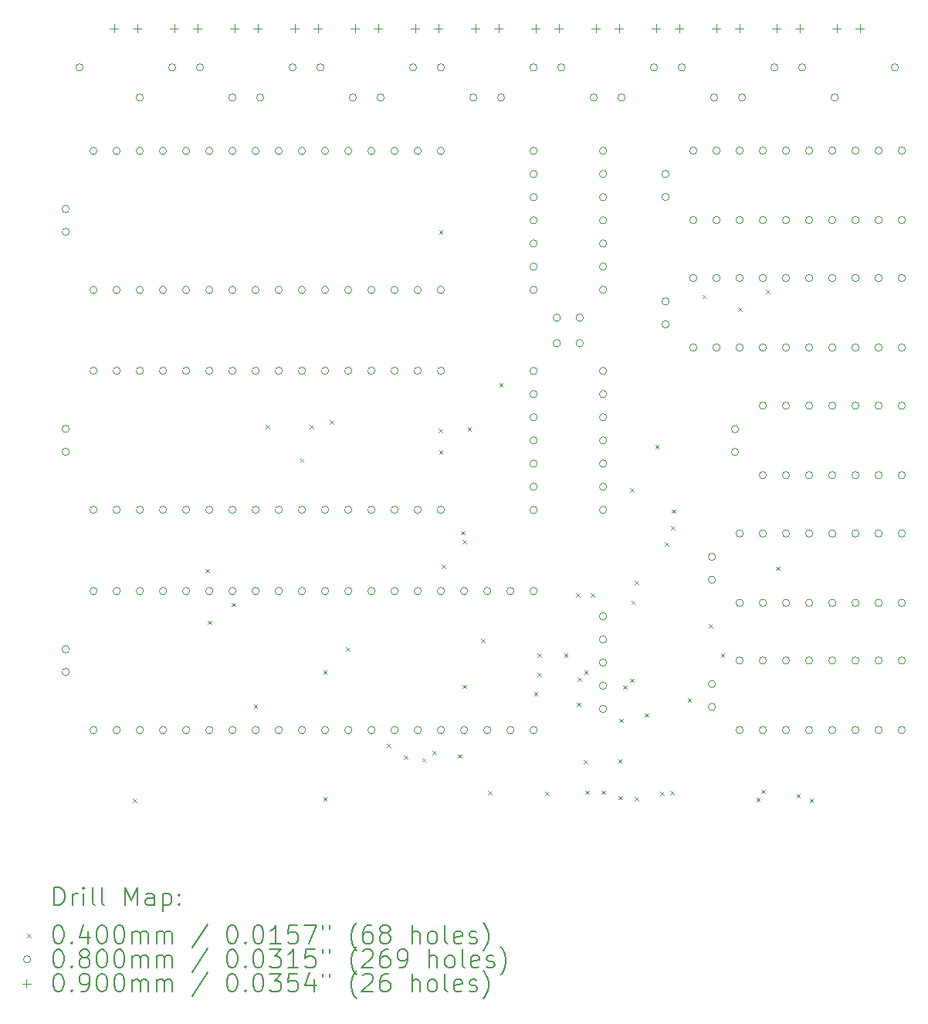
<source format=gbr>
%TF.GenerationSoftware,KiCad,Pcbnew,(6.0.7)*%
%TF.CreationDate,2022-11-29T20:03:15-05:00*%
%TF.ProjectId,Part 4 - CPU and memory,50617274-2034-4202-9d20-43505520616e,1*%
%TF.SameCoordinates,Original*%
%TF.FileFunction,Drillmap*%
%TF.FilePolarity,Positive*%
%FSLAX45Y45*%
G04 Gerber Fmt 4.5, Leading zero omitted, Abs format (unit mm)*
G04 Created by KiCad (PCBNEW (6.0.7)) date 2022-11-29 20:03:15*
%MOMM*%
%LPD*%
G01*
G04 APERTURE LIST*
%ADD10C,0.200000*%
%ADD11C,0.040000*%
%ADD12C,0.080000*%
%ADD13C,0.090000*%
G04 APERTURE END LIST*
D10*
D11*
X9476390Y-13194760D02*
X9516390Y-13234760D01*
X9516390Y-13194760D02*
X9476390Y-13234760D01*
X10270460Y-10678290D02*
X10310460Y-10718290D01*
X10310460Y-10678290D02*
X10270460Y-10718290D01*
X10298200Y-11244970D02*
X10338200Y-11284970D01*
X10338200Y-11244970D02*
X10298200Y-11284970D01*
X10556590Y-11051530D02*
X10596590Y-11091530D01*
X10596590Y-11051530D02*
X10556590Y-11091530D01*
X10800900Y-12165950D02*
X10840900Y-12205950D01*
X10840900Y-12165950D02*
X10800900Y-12205950D01*
X10933880Y-9098770D02*
X10973880Y-9138770D01*
X10973880Y-9098770D02*
X10933880Y-9138770D01*
X11308400Y-9467930D02*
X11348400Y-9507930D01*
X11348400Y-9467930D02*
X11308400Y-9507930D01*
X11416390Y-9098770D02*
X11456390Y-9138770D01*
X11456390Y-9098770D02*
X11416390Y-9138770D01*
X11562400Y-11791000D02*
X11602400Y-11831000D01*
X11602400Y-11791000D02*
X11562400Y-11831000D01*
X11562400Y-13177970D02*
X11602400Y-13217970D01*
X11602400Y-13177970D02*
X11562400Y-13217970D01*
X11632100Y-9049870D02*
X11672100Y-9089870D01*
X11672100Y-9049870D02*
X11632100Y-9089870D01*
X11814400Y-11539000D02*
X11854400Y-11579000D01*
X11854400Y-11539000D02*
X11814400Y-11579000D01*
X12260764Y-12598964D02*
X12300764Y-12638964D01*
X12300764Y-12598964D02*
X12260764Y-12638964D01*
X12446330Y-12724890D02*
X12486330Y-12764890D01*
X12486330Y-12724890D02*
X12446330Y-12764890D01*
X12645200Y-12752320D02*
X12685200Y-12792320D01*
X12685200Y-12752320D02*
X12645200Y-12792320D01*
X12757230Y-12675000D02*
X12797230Y-12715000D01*
X12797230Y-12675000D02*
X12757230Y-12715000D01*
X12829460Y-9143930D02*
X12869460Y-9183930D01*
X12869460Y-9143930D02*
X12829460Y-9183930D01*
X12832400Y-6965000D02*
X12872400Y-7005000D01*
X12872400Y-6965000D02*
X12832400Y-7005000D01*
X12832400Y-9378000D02*
X12872400Y-9418000D01*
X12872400Y-9378000D02*
X12832400Y-9418000D01*
X12863130Y-10630860D02*
X12903130Y-10670860D01*
X12903130Y-10630860D02*
X12863130Y-10670860D01*
X13039650Y-12711300D02*
X13079650Y-12751300D01*
X13079650Y-12711300D02*
X13039650Y-12751300D01*
X13072070Y-10262790D02*
X13112070Y-10302790D01*
X13112070Y-10262790D02*
X13072070Y-10302790D01*
X13087380Y-11949220D02*
X13127380Y-11989220D01*
X13127380Y-11949220D02*
X13087380Y-11989220D01*
X13092750Y-10362830D02*
X13132750Y-10402830D01*
X13132750Y-10362830D02*
X13092750Y-10402830D01*
X13145350Y-9125830D02*
X13185350Y-9165830D01*
X13185350Y-9125830D02*
X13145350Y-9165830D01*
X13290670Y-11442060D02*
X13330670Y-11482060D01*
X13330670Y-11442060D02*
X13290670Y-11482060D01*
X13371970Y-13109820D02*
X13411970Y-13149820D01*
X13411970Y-13109820D02*
X13371970Y-13149820D01*
X13492800Y-8641400D02*
X13532800Y-8681400D01*
X13532800Y-8641400D02*
X13492800Y-8681400D01*
X13874200Y-12025900D02*
X13914200Y-12065900D01*
X13914200Y-12025900D02*
X13874200Y-12065900D01*
X13910380Y-11603970D02*
X13950380Y-11643970D01*
X13950380Y-11603970D02*
X13910380Y-11643970D01*
X13911280Y-11819210D02*
X13951280Y-11859210D01*
X13951280Y-11819210D02*
X13911280Y-11859210D01*
X13997900Y-13122090D02*
X14037900Y-13162090D01*
X14037900Y-13122090D02*
X13997900Y-13162090D01*
X14203570Y-11607620D02*
X14243570Y-11647620D01*
X14243570Y-11607620D02*
X14203570Y-11647620D01*
X14337530Y-10946260D02*
X14377530Y-10986260D01*
X14377530Y-10946260D02*
X14337530Y-10986260D01*
X14342550Y-12144260D02*
X14382550Y-12184260D01*
X14382550Y-12144260D02*
X14342550Y-12184260D01*
X14351530Y-11866780D02*
X14391530Y-11906780D01*
X14391530Y-11866780D02*
X14351530Y-11906780D01*
X14422210Y-12771470D02*
X14462210Y-12811470D01*
X14462210Y-12771470D02*
X14422210Y-12811470D01*
X14423310Y-11790760D02*
X14463310Y-11830760D01*
X14463310Y-11790760D02*
X14423310Y-11830760D01*
X14438260Y-13108000D02*
X14478260Y-13148000D01*
X14478260Y-13108000D02*
X14438260Y-13148000D01*
X14493700Y-10942960D02*
X14533700Y-10982960D01*
X14533700Y-10942960D02*
X14493700Y-10982960D01*
X14612050Y-13107470D02*
X14652050Y-13147470D01*
X14652050Y-13107470D02*
X14612050Y-13147470D01*
X14796490Y-12765490D02*
X14836490Y-12805490D01*
X14836490Y-12765490D02*
X14796490Y-12805490D01*
X14798823Y-13166494D02*
X14838823Y-13206494D01*
X14838823Y-13166494D02*
X14798823Y-13206494D01*
X14806810Y-12320710D02*
X14846810Y-12360710D01*
X14846810Y-12320710D02*
X14806810Y-12360710D01*
X14848690Y-11957400D02*
X14888690Y-11997400D01*
X14888690Y-11957400D02*
X14848690Y-11997400D01*
X14926760Y-11880350D02*
X14966760Y-11920350D01*
X14966760Y-11880350D02*
X14926760Y-11920350D01*
X14926800Y-9790670D02*
X14966800Y-9830670D01*
X14966800Y-9790670D02*
X14926800Y-9830670D01*
X14940760Y-11025640D02*
X14980760Y-11065640D01*
X14980760Y-11025640D02*
X14940760Y-11065640D01*
X14976560Y-13182710D02*
X15016560Y-13222710D01*
X15016560Y-13182710D02*
X14976560Y-13222710D01*
X14977230Y-10809230D02*
X15017230Y-10849230D01*
X15017230Y-10809230D02*
X14977230Y-10849230D01*
X15087100Y-12262300D02*
X15127100Y-12302300D01*
X15127100Y-12262300D02*
X15087100Y-12302300D01*
X15203690Y-9321860D02*
X15243690Y-9361860D01*
X15243690Y-9321860D02*
X15203690Y-9361860D01*
X15259600Y-13122570D02*
X15299600Y-13162570D01*
X15299600Y-13122570D02*
X15259600Y-13162570D01*
X15310470Y-10384930D02*
X15350470Y-10424930D01*
X15350470Y-10384930D02*
X15310470Y-10424930D01*
X15366280Y-13115180D02*
X15406280Y-13155180D01*
X15406280Y-13115180D02*
X15366280Y-13155180D01*
X15375780Y-10206440D02*
X15415780Y-10246440D01*
X15415780Y-10206440D02*
X15375780Y-10246440D01*
X15382370Y-10027150D02*
X15422370Y-10067150D01*
X15422370Y-10027150D02*
X15382370Y-10067150D01*
X15558650Y-12093950D02*
X15598650Y-12133950D01*
X15598650Y-12093950D02*
X15558650Y-12133950D01*
X15719220Y-7673440D02*
X15759220Y-7713440D01*
X15759220Y-7673440D02*
X15719220Y-7713440D01*
X15791270Y-11282210D02*
X15831270Y-11322210D01*
X15831270Y-11282210D02*
X15791270Y-11322210D01*
X15922180Y-11603990D02*
X15962180Y-11643990D01*
X15962180Y-11603990D02*
X15922180Y-11643990D01*
X16112240Y-7812510D02*
X16152240Y-7852510D01*
X16152240Y-7812510D02*
X16112240Y-7852510D01*
X16312180Y-13185890D02*
X16352180Y-13225890D01*
X16352180Y-13185890D02*
X16312180Y-13225890D01*
X16369810Y-13100190D02*
X16409810Y-13140190D01*
X16409810Y-13100190D02*
X16369810Y-13140190D01*
X16419780Y-7615190D02*
X16459780Y-7655190D01*
X16459780Y-7615190D02*
X16419780Y-7655190D01*
X16527530Y-10652000D02*
X16567530Y-10692000D01*
X16567530Y-10652000D02*
X16527530Y-10692000D01*
X16751520Y-13146310D02*
X16791520Y-13186310D01*
X16791520Y-13146310D02*
X16751520Y-13186310D01*
X16896400Y-13197020D02*
X16936400Y-13237020D01*
X16936400Y-13197020D02*
X16896400Y-13237020D01*
D12*
X8777600Y-6733000D02*
G75*
G03*
X8777600Y-6733000I-40000J0D01*
G01*
X8777600Y-6983000D02*
G75*
G03*
X8777600Y-6983000I-40000J0D01*
G01*
X8777600Y-9144000D02*
G75*
G03*
X8777600Y-9144000I-40000J0D01*
G01*
X8777600Y-9394000D02*
G75*
G03*
X8777600Y-9394000I-40000J0D01*
G01*
X8777600Y-11559000D02*
G75*
G03*
X8777600Y-11559000I-40000J0D01*
G01*
X8777600Y-11809000D02*
G75*
G03*
X8777600Y-11809000I-40000J0D01*
G01*
X8930000Y-5181600D02*
G75*
G03*
X8930000Y-5181600I-40000J0D01*
G01*
X9082400Y-6096500D02*
G75*
G03*
X9082400Y-6096500I-40000J0D01*
G01*
X9082400Y-7620500D02*
G75*
G03*
X9082400Y-7620500I-40000J0D01*
G01*
X9082400Y-8507000D02*
G75*
G03*
X9082400Y-8507000I-40000J0D01*
G01*
X9082400Y-10031000D02*
G75*
G03*
X9082400Y-10031000I-40000J0D01*
G01*
X9082900Y-10922500D02*
G75*
G03*
X9082900Y-10922500I-40000J0D01*
G01*
X9082900Y-12446500D02*
G75*
G03*
X9082900Y-12446500I-40000J0D01*
G01*
X9336400Y-6096500D02*
G75*
G03*
X9336400Y-6096500I-40000J0D01*
G01*
X9336400Y-7620500D02*
G75*
G03*
X9336400Y-7620500I-40000J0D01*
G01*
X9336400Y-8507000D02*
G75*
G03*
X9336400Y-8507000I-40000J0D01*
G01*
X9336400Y-10031000D02*
G75*
G03*
X9336400Y-10031000I-40000J0D01*
G01*
X9336900Y-10922500D02*
G75*
G03*
X9336900Y-10922500I-40000J0D01*
G01*
X9336900Y-12446500D02*
G75*
G03*
X9336900Y-12446500I-40000J0D01*
G01*
X9590400Y-5511800D02*
G75*
G03*
X9590400Y-5511800I-40000J0D01*
G01*
X9590400Y-6096500D02*
G75*
G03*
X9590400Y-6096500I-40000J0D01*
G01*
X9590400Y-7620500D02*
G75*
G03*
X9590400Y-7620500I-40000J0D01*
G01*
X9590400Y-8507000D02*
G75*
G03*
X9590400Y-8507000I-40000J0D01*
G01*
X9590400Y-10031000D02*
G75*
G03*
X9590400Y-10031000I-40000J0D01*
G01*
X9590900Y-10922500D02*
G75*
G03*
X9590900Y-10922500I-40000J0D01*
G01*
X9590900Y-12446500D02*
G75*
G03*
X9590900Y-12446500I-40000J0D01*
G01*
X9844400Y-6096500D02*
G75*
G03*
X9844400Y-6096500I-40000J0D01*
G01*
X9844400Y-7620500D02*
G75*
G03*
X9844400Y-7620500I-40000J0D01*
G01*
X9844400Y-8507000D02*
G75*
G03*
X9844400Y-8507000I-40000J0D01*
G01*
X9844400Y-10031000D02*
G75*
G03*
X9844400Y-10031000I-40000J0D01*
G01*
X9844900Y-10922500D02*
G75*
G03*
X9844900Y-10922500I-40000J0D01*
G01*
X9844900Y-12446500D02*
G75*
G03*
X9844900Y-12446500I-40000J0D01*
G01*
X9946000Y-5181600D02*
G75*
G03*
X9946000Y-5181600I-40000J0D01*
G01*
X10098400Y-6096500D02*
G75*
G03*
X10098400Y-6096500I-40000J0D01*
G01*
X10098400Y-7620500D02*
G75*
G03*
X10098400Y-7620500I-40000J0D01*
G01*
X10098400Y-8507000D02*
G75*
G03*
X10098400Y-8507000I-40000J0D01*
G01*
X10098400Y-10031000D02*
G75*
G03*
X10098400Y-10031000I-40000J0D01*
G01*
X10098900Y-10922500D02*
G75*
G03*
X10098900Y-10922500I-40000J0D01*
G01*
X10098900Y-12446500D02*
G75*
G03*
X10098900Y-12446500I-40000J0D01*
G01*
X10250800Y-5181600D02*
G75*
G03*
X10250800Y-5181600I-40000J0D01*
G01*
X10352400Y-6096500D02*
G75*
G03*
X10352400Y-6096500I-40000J0D01*
G01*
X10352400Y-7620500D02*
G75*
G03*
X10352400Y-7620500I-40000J0D01*
G01*
X10352400Y-8507000D02*
G75*
G03*
X10352400Y-8507000I-40000J0D01*
G01*
X10352400Y-10031000D02*
G75*
G03*
X10352400Y-10031000I-40000J0D01*
G01*
X10352900Y-10922500D02*
G75*
G03*
X10352900Y-10922500I-40000J0D01*
G01*
X10352900Y-12446500D02*
G75*
G03*
X10352900Y-12446500I-40000J0D01*
G01*
X10606400Y-5511800D02*
G75*
G03*
X10606400Y-5511800I-40000J0D01*
G01*
X10606400Y-6096500D02*
G75*
G03*
X10606400Y-6096500I-40000J0D01*
G01*
X10606400Y-7620500D02*
G75*
G03*
X10606400Y-7620500I-40000J0D01*
G01*
X10606400Y-8507000D02*
G75*
G03*
X10606400Y-8507000I-40000J0D01*
G01*
X10606400Y-10031000D02*
G75*
G03*
X10606400Y-10031000I-40000J0D01*
G01*
X10606900Y-10922500D02*
G75*
G03*
X10606900Y-10922500I-40000J0D01*
G01*
X10606900Y-12446500D02*
G75*
G03*
X10606900Y-12446500I-40000J0D01*
G01*
X10860400Y-6096500D02*
G75*
G03*
X10860400Y-6096500I-40000J0D01*
G01*
X10860400Y-7620500D02*
G75*
G03*
X10860400Y-7620500I-40000J0D01*
G01*
X10860400Y-8507000D02*
G75*
G03*
X10860400Y-8507000I-40000J0D01*
G01*
X10860400Y-10031000D02*
G75*
G03*
X10860400Y-10031000I-40000J0D01*
G01*
X10860900Y-10922500D02*
G75*
G03*
X10860900Y-10922500I-40000J0D01*
G01*
X10860900Y-12446500D02*
G75*
G03*
X10860900Y-12446500I-40000J0D01*
G01*
X10911200Y-5511800D02*
G75*
G03*
X10911200Y-5511800I-40000J0D01*
G01*
X11114400Y-6096500D02*
G75*
G03*
X11114400Y-6096500I-40000J0D01*
G01*
X11114400Y-7620500D02*
G75*
G03*
X11114400Y-7620500I-40000J0D01*
G01*
X11114400Y-8507000D02*
G75*
G03*
X11114400Y-8507000I-40000J0D01*
G01*
X11114400Y-10031000D02*
G75*
G03*
X11114400Y-10031000I-40000J0D01*
G01*
X11114900Y-10922500D02*
G75*
G03*
X11114900Y-10922500I-40000J0D01*
G01*
X11114900Y-12446500D02*
G75*
G03*
X11114900Y-12446500I-40000J0D01*
G01*
X11266800Y-5181600D02*
G75*
G03*
X11266800Y-5181600I-40000J0D01*
G01*
X11368400Y-6096500D02*
G75*
G03*
X11368400Y-6096500I-40000J0D01*
G01*
X11368400Y-7620500D02*
G75*
G03*
X11368400Y-7620500I-40000J0D01*
G01*
X11368400Y-8507000D02*
G75*
G03*
X11368400Y-8507000I-40000J0D01*
G01*
X11368400Y-10031000D02*
G75*
G03*
X11368400Y-10031000I-40000J0D01*
G01*
X11368900Y-10922500D02*
G75*
G03*
X11368900Y-10922500I-40000J0D01*
G01*
X11368900Y-12446500D02*
G75*
G03*
X11368900Y-12446500I-40000J0D01*
G01*
X11571600Y-5181600D02*
G75*
G03*
X11571600Y-5181600I-40000J0D01*
G01*
X11622400Y-6096500D02*
G75*
G03*
X11622400Y-6096500I-40000J0D01*
G01*
X11622400Y-7620500D02*
G75*
G03*
X11622400Y-7620500I-40000J0D01*
G01*
X11622400Y-8507000D02*
G75*
G03*
X11622400Y-8507000I-40000J0D01*
G01*
X11622400Y-10031000D02*
G75*
G03*
X11622400Y-10031000I-40000J0D01*
G01*
X11622900Y-10922500D02*
G75*
G03*
X11622900Y-10922500I-40000J0D01*
G01*
X11622900Y-12446500D02*
G75*
G03*
X11622900Y-12446500I-40000J0D01*
G01*
X11876400Y-6096500D02*
G75*
G03*
X11876400Y-6096500I-40000J0D01*
G01*
X11876400Y-7620500D02*
G75*
G03*
X11876400Y-7620500I-40000J0D01*
G01*
X11876400Y-8507000D02*
G75*
G03*
X11876400Y-8507000I-40000J0D01*
G01*
X11876400Y-10031000D02*
G75*
G03*
X11876400Y-10031000I-40000J0D01*
G01*
X11876900Y-10922500D02*
G75*
G03*
X11876900Y-10922500I-40000J0D01*
G01*
X11876900Y-12446500D02*
G75*
G03*
X11876900Y-12446500I-40000J0D01*
G01*
X11927200Y-5511800D02*
G75*
G03*
X11927200Y-5511800I-40000J0D01*
G01*
X12130400Y-6096500D02*
G75*
G03*
X12130400Y-6096500I-40000J0D01*
G01*
X12130400Y-7620500D02*
G75*
G03*
X12130400Y-7620500I-40000J0D01*
G01*
X12130400Y-8507000D02*
G75*
G03*
X12130400Y-8507000I-40000J0D01*
G01*
X12130400Y-10031000D02*
G75*
G03*
X12130400Y-10031000I-40000J0D01*
G01*
X12130900Y-10922500D02*
G75*
G03*
X12130900Y-10922500I-40000J0D01*
G01*
X12130900Y-12446500D02*
G75*
G03*
X12130900Y-12446500I-40000J0D01*
G01*
X12232000Y-5511800D02*
G75*
G03*
X12232000Y-5511800I-40000J0D01*
G01*
X12384400Y-6096500D02*
G75*
G03*
X12384400Y-6096500I-40000J0D01*
G01*
X12384400Y-7620500D02*
G75*
G03*
X12384400Y-7620500I-40000J0D01*
G01*
X12384400Y-8507000D02*
G75*
G03*
X12384400Y-8507000I-40000J0D01*
G01*
X12384400Y-10031000D02*
G75*
G03*
X12384400Y-10031000I-40000J0D01*
G01*
X12384900Y-10922500D02*
G75*
G03*
X12384900Y-10922500I-40000J0D01*
G01*
X12384900Y-12446500D02*
G75*
G03*
X12384900Y-12446500I-40000J0D01*
G01*
X12587600Y-5181600D02*
G75*
G03*
X12587600Y-5181600I-40000J0D01*
G01*
X12638400Y-6096500D02*
G75*
G03*
X12638400Y-6096500I-40000J0D01*
G01*
X12638400Y-7620500D02*
G75*
G03*
X12638400Y-7620500I-40000J0D01*
G01*
X12638400Y-8507000D02*
G75*
G03*
X12638400Y-8507000I-40000J0D01*
G01*
X12638400Y-10031000D02*
G75*
G03*
X12638400Y-10031000I-40000J0D01*
G01*
X12638900Y-10922500D02*
G75*
G03*
X12638900Y-10922500I-40000J0D01*
G01*
X12638900Y-12446500D02*
G75*
G03*
X12638900Y-12446500I-40000J0D01*
G01*
X12892400Y-5181600D02*
G75*
G03*
X12892400Y-5181600I-40000J0D01*
G01*
X12892400Y-6096500D02*
G75*
G03*
X12892400Y-6096500I-40000J0D01*
G01*
X12892400Y-7620500D02*
G75*
G03*
X12892400Y-7620500I-40000J0D01*
G01*
X12892400Y-8507000D02*
G75*
G03*
X12892400Y-8507000I-40000J0D01*
G01*
X12892400Y-10031000D02*
G75*
G03*
X12892400Y-10031000I-40000J0D01*
G01*
X12892900Y-10922500D02*
G75*
G03*
X12892900Y-10922500I-40000J0D01*
G01*
X12892900Y-12446500D02*
G75*
G03*
X12892900Y-12446500I-40000J0D01*
G01*
X13146900Y-10922500D02*
G75*
G03*
X13146900Y-10922500I-40000J0D01*
G01*
X13146900Y-12446500D02*
G75*
G03*
X13146900Y-12446500I-40000J0D01*
G01*
X13248000Y-5511800D02*
G75*
G03*
X13248000Y-5511800I-40000J0D01*
G01*
X13400900Y-10922500D02*
G75*
G03*
X13400900Y-10922500I-40000J0D01*
G01*
X13400900Y-12446500D02*
G75*
G03*
X13400900Y-12446500I-40000J0D01*
G01*
X13552800Y-5511800D02*
G75*
G03*
X13552800Y-5511800I-40000J0D01*
G01*
X13654900Y-10922500D02*
G75*
G03*
X13654900Y-10922500I-40000J0D01*
G01*
X13654900Y-12446500D02*
G75*
G03*
X13654900Y-12446500I-40000J0D01*
G01*
X13908400Y-5181600D02*
G75*
G03*
X13908400Y-5181600I-40000J0D01*
G01*
X13908900Y-10922500D02*
G75*
G03*
X13908900Y-10922500I-40000J0D01*
G01*
X13908900Y-12446500D02*
G75*
G03*
X13908900Y-12446500I-40000J0D01*
G01*
X13909400Y-6095500D02*
G75*
G03*
X13909400Y-6095500I-40000J0D01*
G01*
X13909400Y-6349500D02*
G75*
G03*
X13909400Y-6349500I-40000J0D01*
G01*
X13909400Y-6603500D02*
G75*
G03*
X13909400Y-6603500I-40000J0D01*
G01*
X13909400Y-6857500D02*
G75*
G03*
X13909400Y-6857500I-40000J0D01*
G01*
X13909400Y-7111500D02*
G75*
G03*
X13909400Y-7111500I-40000J0D01*
G01*
X13909400Y-7365500D02*
G75*
G03*
X13909400Y-7365500I-40000J0D01*
G01*
X13909400Y-7619500D02*
G75*
G03*
X13909400Y-7619500I-40000J0D01*
G01*
X13909400Y-8508500D02*
G75*
G03*
X13909400Y-8508500I-40000J0D01*
G01*
X13909400Y-8762500D02*
G75*
G03*
X13909400Y-8762500I-40000J0D01*
G01*
X13909400Y-9016500D02*
G75*
G03*
X13909400Y-9016500I-40000J0D01*
G01*
X13909400Y-9270500D02*
G75*
G03*
X13909400Y-9270500I-40000J0D01*
G01*
X13909400Y-9524500D02*
G75*
G03*
X13909400Y-9524500I-40000J0D01*
G01*
X13909400Y-9778500D02*
G75*
G03*
X13909400Y-9778500I-40000J0D01*
G01*
X13909400Y-10032500D02*
G75*
G03*
X13909400Y-10032500I-40000J0D01*
G01*
X14164400Y-7924800D02*
G75*
G03*
X14164400Y-7924800I-40000J0D01*
G01*
X14164400Y-8204200D02*
G75*
G03*
X14164400Y-8204200I-40000J0D01*
G01*
X14213200Y-5181600D02*
G75*
G03*
X14213200Y-5181600I-40000J0D01*
G01*
X14414400Y-7924800D02*
G75*
G03*
X14414400Y-7924800I-40000J0D01*
G01*
X14414400Y-8204200D02*
G75*
G03*
X14414400Y-8204200I-40000J0D01*
G01*
X14568800Y-5511800D02*
G75*
G03*
X14568800Y-5511800I-40000J0D01*
G01*
X14670400Y-11197400D02*
G75*
G03*
X14670400Y-11197400I-40000J0D01*
G01*
X14670400Y-11451400D02*
G75*
G03*
X14670400Y-11451400I-40000J0D01*
G01*
X14670400Y-11705400D02*
G75*
G03*
X14670400Y-11705400I-40000J0D01*
G01*
X14670400Y-11959400D02*
G75*
G03*
X14670400Y-11959400I-40000J0D01*
G01*
X14670400Y-12213400D02*
G75*
G03*
X14670400Y-12213400I-40000J0D01*
G01*
X14671400Y-6095500D02*
G75*
G03*
X14671400Y-6095500I-40000J0D01*
G01*
X14671400Y-6349500D02*
G75*
G03*
X14671400Y-6349500I-40000J0D01*
G01*
X14671400Y-6603500D02*
G75*
G03*
X14671400Y-6603500I-40000J0D01*
G01*
X14671400Y-6857500D02*
G75*
G03*
X14671400Y-6857500I-40000J0D01*
G01*
X14671400Y-7111500D02*
G75*
G03*
X14671400Y-7111500I-40000J0D01*
G01*
X14671400Y-7365500D02*
G75*
G03*
X14671400Y-7365500I-40000J0D01*
G01*
X14671400Y-7619500D02*
G75*
G03*
X14671400Y-7619500I-40000J0D01*
G01*
X14671400Y-8508500D02*
G75*
G03*
X14671400Y-8508500I-40000J0D01*
G01*
X14671400Y-8762500D02*
G75*
G03*
X14671400Y-8762500I-40000J0D01*
G01*
X14671400Y-9016500D02*
G75*
G03*
X14671400Y-9016500I-40000J0D01*
G01*
X14671400Y-9270500D02*
G75*
G03*
X14671400Y-9270500I-40000J0D01*
G01*
X14671400Y-9524500D02*
G75*
G03*
X14671400Y-9524500I-40000J0D01*
G01*
X14671400Y-9778500D02*
G75*
G03*
X14671400Y-9778500I-40000J0D01*
G01*
X14671400Y-10032500D02*
G75*
G03*
X14671400Y-10032500I-40000J0D01*
G01*
X14873600Y-5511800D02*
G75*
G03*
X14873600Y-5511800I-40000J0D01*
G01*
X15229200Y-5181600D02*
G75*
G03*
X15229200Y-5181600I-40000J0D01*
G01*
X15356200Y-6350000D02*
G75*
G03*
X15356200Y-6350000I-40000J0D01*
G01*
X15356200Y-6600000D02*
G75*
G03*
X15356200Y-6600000I-40000J0D01*
G01*
X15356200Y-7747000D02*
G75*
G03*
X15356200Y-7747000I-40000J0D01*
G01*
X15356200Y-7997000D02*
G75*
G03*
X15356200Y-7997000I-40000J0D01*
G01*
X15534000Y-5181600D02*
G75*
G03*
X15534000Y-5181600I-40000J0D01*
G01*
X15661000Y-7490000D02*
G75*
G03*
X15661000Y-7490000I-40000J0D01*
G01*
X15661000Y-8252000D02*
G75*
G03*
X15661000Y-8252000I-40000J0D01*
G01*
X15661500Y-6093000D02*
G75*
G03*
X15661500Y-6093000I-40000J0D01*
G01*
X15661500Y-6855000D02*
G75*
G03*
X15661500Y-6855000I-40000J0D01*
G01*
X15865200Y-10547000D02*
G75*
G03*
X15865200Y-10547000I-40000J0D01*
G01*
X15865200Y-10797000D02*
G75*
G03*
X15865200Y-10797000I-40000J0D01*
G01*
X15865200Y-11941000D02*
G75*
G03*
X15865200Y-11941000I-40000J0D01*
G01*
X15865200Y-12191000D02*
G75*
G03*
X15865200Y-12191000I-40000J0D01*
G01*
X15889600Y-5511800D02*
G75*
G03*
X15889600Y-5511800I-40000J0D01*
G01*
X15915000Y-7490000D02*
G75*
G03*
X15915000Y-7490000I-40000J0D01*
G01*
X15915000Y-8252000D02*
G75*
G03*
X15915000Y-8252000I-40000J0D01*
G01*
X15915500Y-6093000D02*
G75*
G03*
X15915500Y-6093000I-40000J0D01*
G01*
X15915500Y-6855000D02*
G75*
G03*
X15915500Y-6855000I-40000J0D01*
G01*
X16118700Y-9147000D02*
G75*
G03*
X16118700Y-9147000I-40000J0D01*
G01*
X16118700Y-9397000D02*
G75*
G03*
X16118700Y-9397000I-40000J0D01*
G01*
X16169000Y-7490000D02*
G75*
G03*
X16169000Y-7490000I-40000J0D01*
G01*
X16169000Y-8252000D02*
G75*
G03*
X16169000Y-8252000I-40000J0D01*
G01*
X16169000Y-10290000D02*
G75*
G03*
X16169000Y-10290000I-40000J0D01*
G01*
X16169000Y-11052000D02*
G75*
G03*
X16169000Y-11052000I-40000J0D01*
G01*
X16169000Y-11684000D02*
G75*
G03*
X16169000Y-11684000I-40000J0D01*
G01*
X16169000Y-12446000D02*
G75*
G03*
X16169000Y-12446000I-40000J0D01*
G01*
X16169500Y-6093000D02*
G75*
G03*
X16169500Y-6093000I-40000J0D01*
G01*
X16169500Y-6855000D02*
G75*
G03*
X16169500Y-6855000I-40000J0D01*
G01*
X16194400Y-5511800D02*
G75*
G03*
X16194400Y-5511800I-40000J0D01*
G01*
X16423000Y-7490000D02*
G75*
G03*
X16423000Y-7490000I-40000J0D01*
G01*
X16423000Y-8252000D02*
G75*
G03*
X16423000Y-8252000I-40000J0D01*
G01*
X16423000Y-8890000D02*
G75*
G03*
X16423000Y-8890000I-40000J0D01*
G01*
X16423000Y-9652000D02*
G75*
G03*
X16423000Y-9652000I-40000J0D01*
G01*
X16423000Y-10290000D02*
G75*
G03*
X16423000Y-10290000I-40000J0D01*
G01*
X16423000Y-11052000D02*
G75*
G03*
X16423000Y-11052000I-40000J0D01*
G01*
X16423000Y-11684000D02*
G75*
G03*
X16423000Y-11684000I-40000J0D01*
G01*
X16423000Y-12446000D02*
G75*
G03*
X16423000Y-12446000I-40000J0D01*
G01*
X16423500Y-6093000D02*
G75*
G03*
X16423500Y-6093000I-40000J0D01*
G01*
X16423500Y-6855000D02*
G75*
G03*
X16423500Y-6855000I-40000J0D01*
G01*
X16550000Y-5181600D02*
G75*
G03*
X16550000Y-5181600I-40000J0D01*
G01*
X16677000Y-7490000D02*
G75*
G03*
X16677000Y-7490000I-40000J0D01*
G01*
X16677000Y-8252000D02*
G75*
G03*
X16677000Y-8252000I-40000J0D01*
G01*
X16677000Y-8890000D02*
G75*
G03*
X16677000Y-8890000I-40000J0D01*
G01*
X16677000Y-9652000D02*
G75*
G03*
X16677000Y-9652000I-40000J0D01*
G01*
X16677000Y-10290000D02*
G75*
G03*
X16677000Y-10290000I-40000J0D01*
G01*
X16677000Y-11052000D02*
G75*
G03*
X16677000Y-11052000I-40000J0D01*
G01*
X16677000Y-11684000D02*
G75*
G03*
X16677000Y-11684000I-40000J0D01*
G01*
X16677000Y-12446000D02*
G75*
G03*
X16677000Y-12446000I-40000J0D01*
G01*
X16677500Y-6093000D02*
G75*
G03*
X16677500Y-6093000I-40000J0D01*
G01*
X16677500Y-6855000D02*
G75*
G03*
X16677500Y-6855000I-40000J0D01*
G01*
X16854800Y-5181600D02*
G75*
G03*
X16854800Y-5181600I-40000J0D01*
G01*
X16931000Y-7490000D02*
G75*
G03*
X16931000Y-7490000I-40000J0D01*
G01*
X16931000Y-8252000D02*
G75*
G03*
X16931000Y-8252000I-40000J0D01*
G01*
X16931000Y-8890000D02*
G75*
G03*
X16931000Y-8890000I-40000J0D01*
G01*
X16931000Y-9652000D02*
G75*
G03*
X16931000Y-9652000I-40000J0D01*
G01*
X16931000Y-10290000D02*
G75*
G03*
X16931000Y-10290000I-40000J0D01*
G01*
X16931000Y-11052000D02*
G75*
G03*
X16931000Y-11052000I-40000J0D01*
G01*
X16931000Y-11684000D02*
G75*
G03*
X16931000Y-11684000I-40000J0D01*
G01*
X16931000Y-12446000D02*
G75*
G03*
X16931000Y-12446000I-40000J0D01*
G01*
X16931500Y-6093000D02*
G75*
G03*
X16931500Y-6093000I-40000J0D01*
G01*
X16931500Y-6855000D02*
G75*
G03*
X16931500Y-6855000I-40000J0D01*
G01*
X17185000Y-7490000D02*
G75*
G03*
X17185000Y-7490000I-40000J0D01*
G01*
X17185000Y-8252000D02*
G75*
G03*
X17185000Y-8252000I-40000J0D01*
G01*
X17185000Y-8890000D02*
G75*
G03*
X17185000Y-8890000I-40000J0D01*
G01*
X17185000Y-9652000D02*
G75*
G03*
X17185000Y-9652000I-40000J0D01*
G01*
X17185000Y-10290000D02*
G75*
G03*
X17185000Y-10290000I-40000J0D01*
G01*
X17185000Y-11052000D02*
G75*
G03*
X17185000Y-11052000I-40000J0D01*
G01*
X17185000Y-11684000D02*
G75*
G03*
X17185000Y-11684000I-40000J0D01*
G01*
X17185000Y-12446000D02*
G75*
G03*
X17185000Y-12446000I-40000J0D01*
G01*
X17185500Y-6093000D02*
G75*
G03*
X17185500Y-6093000I-40000J0D01*
G01*
X17185500Y-6855000D02*
G75*
G03*
X17185500Y-6855000I-40000J0D01*
G01*
X17210400Y-5511800D02*
G75*
G03*
X17210400Y-5511800I-40000J0D01*
G01*
X17439000Y-7490000D02*
G75*
G03*
X17439000Y-7490000I-40000J0D01*
G01*
X17439000Y-8252000D02*
G75*
G03*
X17439000Y-8252000I-40000J0D01*
G01*
X17439000Y-8890000D02*
G75*
G03*
X17439000Y-8890000I-40000J0D01*
G01*
X17439000Y-9652000D02*
G75*
G03*
X17439000Y-9652000I-40000J0D01*
G01*
X17439000Y-10290000D02*
G75*
G03*
X17439000Y-10290000I-40000J0D01*
G01*
X17439000Y-11052000D02*
G75*
G03*
X17439000Y-11052000I-40000J0D01*
G01*
X17439000Y-11684000D02*
G75*
G03*
X17439000Y-11684000I-40000J0D01*
G01*
X17439000Y-12446000D02*
G75*
G03*
X17439000Y-12446000I-40000J0D01*
G01*
X17439500Y-6093000D02*
G75*
G03*
X17439500Y-6093000I-40000J0D01*
G01*
X17439500Y-6855000D02*
G75*
G03*
X17439500Y-6855000I-40000J0D01*
G01*
X17693000Y-7490000D02*
G75*
G03*
X17693000Y-7490000I-40000J0D01*
G01*
X17693000Y-8252000D02*
G75*
G03*
X17693000Y-8252000I-40000J0D01*
G01*
X17693000Y-8890000D02*
G75*
G03*
X17693000Y-8890000I-40000J0D01*
G01*
X17693000Y-9652000D02*
G75*
G03*
X17693000Y-9652000I-40000J0D01*
G01*
X17693000Y-10290000D02*
G75*
G03*
X17693000Y-10290000I-40000J0D01*
G01*
X17693000Y-11052000D02*
G75*
G03*
X17693000Y-11052000I-40000J0D01*
G01*
X17693000Y-11684000D02*
G75*
G03*
X17693000Y-11684000I-40000J0D01*
G01*
X17693000Y-12446000D02*
G75*
G03*
X17693000Y-12446000I-40000J0D01*
G01*
X17693500Y-6093000D02*
G75*
G03*
X17693500Y-6093000I-40000J0D01*
G01*
X17693500Y-6855000D02*
G75*
G03*
X17693500Y-6855000I-40000J0D01*
G01*
X17870800Y-5181600D02*
G75*
G03*
X17870800Y-5181600I-40000J0D01*
G01*
X17947000Y-7490000D02*
G75*
G03*
X17947000Y-7490000I-40000J0D01*
G01*
X17947000Y-8252000D02*
G75*
G03*
X17947000Y-8252000I-40000J0D01*
G01*
X17947000Y-8890000D02*
G75*
G03*
X17947000Y-8890000I-40000J0D01*
G01*
X17947000Y-9652000D02*
G75*
G03*
X17947000Y-9652000I-40000J0D01*
G01*
X17947000Y-10290000D02*
G75*
G03*
X17947000Y-10290000I-40000J0D01*
G01*
X17947000Y-11052000D02*
G75*
G03*
X17947000Y-11052000I-40000J0D01*
G01*
X17947000Y-11684000D02*
G75*
G03*
X17947000Y-11684000I-40000J0D01*
G01*
X17947000Y-12446000D02*
G75*
G03*
X17947000Y-12446000I-40000J0D01*
G01*
X17947500Y-6093000D02*
G75*
G03*
X17947500Y-6093000I-40000J0D01*
G01*
X17947500Y-6855000D02*
G75*
G03*
X17947500Y-6855000I-40000J0D01*
G01*
D13*
X9269000Y-4707900D02*
X9269000Y-4797900D01*
X9224000Y-4752900D02*
X9314000Y-4752900D01*
X9523000Y-4707900D02*
X9523000Y-4797900D01*
X9478000Y-4752900D02*
X9568000Y-4752900D01*
X9929400Y-4707900D02*
X9929400Y-4797900D01*
X9884400Y-4752900D02*
X9974400Y-4752900D01*
X10183400Y-4707900D02*
X10183400Y-4797900D01*
X10138400Y-4752900D02*
X10228400Y-4752900D01*
X10589800Y-4707900D02*
X10589800Y-4797900D01*
X10544800Y-4752900D02*
X10634800Y-4752900D01*
X10843800Y-4707900D02*
X10843800Y-4797900D01*
X10798800Y-4752900D02*
X10888800Y-4752900D01*
X11250200Y-4707900D02*
X11250200Y-4797900D01*
X11205200Y-4752900D02*
X11295200Y-4752900D01*
X11504200Y-4707900D02*
X11504200Y-4797900D01*
X11459200Y-4752900D02*
X11549200Y-4752900D01*
X11910600Y-4707900D02*
X11910600Y-4797900D01*
X11865600Y-4752900D02*
X11955600Y-4752900D01*
X12164600Y-4707900D02*
X12164600Y-4797900D01*
X12119600Y-4752900D02*
X12209600Y-4752900D01*
X12571000Y-4707900D02*
X12571000Y-4797900D01*
X12526000Y-4752900D02*
X12616000Y-4752900D01*
X12825000Y-4707900D02*
X12825000Y-4797900D01*
X12780000Y-4752900D02*
X12870000Y-4752900D01*
X13231400Y-4707900D02*
X13231400Y-4797900D01*
X13186400Y-4752900D02*
X13276400Y-4752900D01*
X13485400Y-4707900D02*
X13485400Y-4797900D01*
X13440400Y-4752900D02*
X13530400Y-4752900D01*
X13891800Y-4707900D02*
X13891800Y-4797900D01*
X13846800Y-4752900D02*
X13936800Y-4752900D01*
X14145800Y-4707900D02*
X14145800Y-4797900D01*
X14100800Y-4752900D02*
X14190800Y-4752900D01*
X14552200Y-4707900D02*
X14552200Y-4797900D01*
X14507200Y-4752900D02*
X14597200Y-4752900D01*
X14806200Y-4707900D02*
X14806200Y-4797900D01*
X14761200Y-4752900D02*
X14851200Y-4752900D01*
X15212600Y-4707900D02*
X15212600Y-4797900D01*
X15167600Y-4752900D02*
X15257600Y-4752900D01*
X15466600Y-4707900D02*
X15466600Y-4797900D01*
X15421600Y-4752900D02*
X15511600Y-4752900D01*
X15873000Y-4707900D02*
X15873000Y-4797900D01*
X15828000Y-4752900D02*
X15918000Y-4752900D01*
X16127000Y-4707900D02*
X16127000Y-4797900D01*
X16082000Y-4752900D02*
X16172000Y-4752900D01*
X16533400Y-4707900D02*
X16533400Y-4797900D01*
X16488400Y-4752900D02*
X16578400Y-4752900D01*
X16787400Y-4707900D02*
X16787400Y-4797900D01*
X16742400Y-4752900D02*
X16832400Y-4752900D01*
X17193800Y-4707900D02*
X17193800Y-4797900D01*
X17148800Y-4752900D02*
X17238800Y-4752900D01*
X17447800Y-4707900D02*
X17447800Y-4797900D01*
X17402800Y-4752900D02*
X17492800Y-4752900D01*
D10*
X8612019Y-14366676D02*
X8612019Y-14166676D01*
X8659638Y-14166676D01*
X8688210Y-14176200D01*
X8707257Y-14195248D01*
X8716781Y-14214295D01*
X8726305Y-14252390D01*
X8726305Y-14280962D01*
X8716781Y-14319057D01*
X8707257Y-14338105D01*
X8688210Y-14357152D01*
X8659638Y-14366676D01*
X8612019Y-14366676D01*
X8812019Y-14366676D02*
X8812019Y-14233343D01*
X8812019Y-14271438D02*
X8821543Y-14252390D01*
X8831067Y-14242867D01*
X8850114Y-14233343D01*
X8869162Y-14233343D01*
X8935829Y-14366676D02*
X8935829Y-14233343D01*
X8935829Y-14166676D02*
X8926305Y-14176200D01*
X8935829Y-14185724D01*
X8945352Y-14176200D01*
X8935829Y-14166676D01*
X8935829Y-14185724D01*
X9059638Y-14366676D02*
X9040590Y-14357152D01*
X9031067Y-14338105D01*
X9031067Y-14166676D01*
X9164400Y-14366676D02*
X9145352Y-14357152D01*
X9135829Y-14338105D01*
X9135829Y-14166676D01*
X9392971Y-14366676D02*
X9392971Y-14166676D01*
X9459638Y-14309533D01*
X9526305Y-14166676D01*
X9526305Y-14366676D01*
X9707257Y-14366676D02*
X9707257Y-14261914D01*
X9697733Y-14242867D01*
X9678686Y-14233343D01*
X9640590Y-14233343D01*
X9621543Y-14242867D01*
X9707257Y-14357152D02*
X9688210Y-14366676D01*
X9640590Y-14366676D01*
X9621543Y-14357152D01*
X9612019Y-14338105D01*
X9612019Y-14319057D01*
X9621543Y-14300009D01*
X9640590Y-14290486D01*
X9688210Y-14290486D01*
X9707257Y-14280962D01*
X9802495Y-14233343D02*
X9802495Y-14433343D01*
X9802495Y-14242867D02*
X9821543Y-14233343D01*
X9859638Y-14233343D01*
X9878686Y-14242867D01*
X9888210Y-14252390D01*
X9897733Y-14271438D01*
X9897733Y-14328581D01*
X9888210Y-14347628D01*
X9878686Y-14357152D01*
X9859638Y-14366676D01*
X9821543Y-14366676D01*
X9802495Y-14357152D01*
X9983448Y-14347628D02*
X9992971Y-14357152D01*
X9983448Y-14366676D01*
X9973924Y-14357152D01*
X9983448Y-14347628D01*
X9983448Y-14366676D01*
X9983448Y-14242867D02*
X9992971Y-14252390D01*
X9983448Y-14261914D01*
X9973924Y-14252390D01*
X9983448Y-14242867D01*
X9983448Y-14261914D01*
D11*
X8314400Y-14676200D02*
X8354400Y-14716200D01*
X8354400Y-14676200D02*
X8314400Y-14716200D01*
D10*
X8650114Y-14586676D02*
X8669162Y-14586676D01*
X8688210Y-14596200D01*
X8697733Y-14605724D01*
X8707257Y-14624771D01*
X8716781Y-14662867D01*
X8716781Y-14710486D01*
X8707257Y-14748581D01*
X8697733Y-14767628D01*
X8688210Y-14777152D01*
X8669162Y-14786676D01*
X8650114Y-14786676D01*
X8631067Y-14777152D01*
X8621543Y-14767628D01*
X8612019Y-14748581D01*
X8602495Y-14710486D01*
X8602495Y-14662867D01*
X8612019Y-14624771D01*
X8621543Y-14605724D01*
X8631067Y-14596200D01*
X8650114Y-14586676D01*
X8802495Y-14767628D02*
X8812019Y-14777152D01*
X8802495Y-14786676D01*
X8792971Y-14777152D01*
X8802495Y-14767628D01*
X8802495Y-14786676D01*
X8983448Y-14653343D02*
X8983448Y-14786676D01*
X8935829Y-14577152D02*
X8888210Y-14720009D01*
X9012019Y-14720009D01*
X9126305Y-14586676D02*
X9145352Y-14586676D01*
X9164400Y-14596200D01*
X9173924Y-14605724D01*
X9183448Y-14624771D01*
X9192971Y-14662867D01*
X9192971Y-14710486D01*
X9183448Y-14748581D01*
X9173924Y-14767628D01*
X9164400Y-14777152D01*
X9145352Y-14786676D01*
X9126305Y-14786676D01*
X9107257Y-14777152D01*
X9097733Y-14767628D01*
X9088210Y-14748581D01*
X9078686Y-14710486D01*
X9078686Y-14662867D01*
X9088210Y-14624771D01*
X9097733Y-14605724D01*
X9107257Y-14596200D01*
X9126305Y-14586676D01*
X9316781Y-14586676D02*
X9335829Y-14586676D01*
X9354876Y-14596200D01*
X9364400Y-14605724D01*
X9373924Y-14624771D01*
X9383448Y-14662867D01*
X9383448Y-14710486D01*
X9373924Y-14748581D01*
X9364400Y-14767628D01*
X9354876Y-14777152D01*
X9335829Y-14786676D01*
X9316781Y-14786676D01*
X9297733Y-14777152D01*
X9288210Y-14767628D01*
X9278686Y-14748581D01*
X9269162Y-14710486D01*
X9269162Y-14662867D01*
X9278686Y-14624771D01*
X9288210Y-14605724D01*
X9297733Y-14596200D01*
X9316781Y-14586676D01*
X9469162Y-14786676D02*
X9469162Y-14653343D01*
X9469162Y-14672390D02*
X9478686Y-14662867D01*
X9497733Y-14653343D01*
X9526305Y-14653343D01*
X9545352Y-14662867D01*
X9554876Y-14681914D01*
X9554876Y-14786676D01*
X9554876Y-14681914D02*
X9564400Y-14662867D01*
X9583448Y-14653343D01*
X9612019Y-14653343D01*
X9631067Y-14662867D01*
X9640590Y-14681914D01*
X9640590Y-14786676D01*
X9735829Y-14786676D02*
X9735829Y-14653343D01*
X9735829Y-14672390D02*
X9745352Y-14662867D01*
X9764400Y-14653343D01*
X9792971Y-14653343D01*
X9812019Y-14662867D01*
X9821543Y-14681914D01*
X9821543Y-14786676D01*
X9821543Y-14681914D02*
X9831067Y-14662867D01*
X9850114Y-14653343D01*
X9878686Y-14653343D01*
X9897733Y-14662867D01*
X9907257Y-14681914D01*
X9907257Y-14786676D01*
X10297733Y-14577152D02*
X10126305Y-14834295D01*
X10554876Y-14586676D02*
X10573924Y-14586676D01*
X10592971Y-14596200D01*
X10602495Y-14605724D01*
X10612019Y-14624771D01*
X10621543Y-14662867D01*
X10621543Y-14710486D01*
X10612019Y-14748581D01*
X10602495Y-14767628D01*
X10592971Y-14777152D01*
X10573924Y-14786676D01*
X10554876Y-14786676D01*
X10535829Y-14777152D01*
X10526305Y-14767628D01*
X10516781Y-14748581D01*
X10507257Y-14710486D01*
X10507257Y-14662867D01*
X10516781Y-14624771D01*
X10526305Y-14605724D01*
X10535829Y-14596200D01*
X10554876Y-14586676D01*
X10707257Y-14767628D02*
X10716781Y-14777152D01*
X10707257Y-14786676D01*
X10697733Y-14777152D01*
X10707257Y-14767628D01*
X10707257Y-14786676D01*
X10840590Y-14586676D02*
X10859638Y-14586676D01*
X10878686Y-14596200D01*
X10888210Y-14605724D01*
X10897733Y-14624771D01*
X10907257Y-14662867D01*
X10907257Y-14710486D01*
X10897733Y-14748581D01*
X10888210Y-14767628D01*
X10878686Y-14777152D01*
X10859638Y-14786676D01*
X10840590Y-14786676D01*
X10821543Y-14777152D01*
X10812019Y-14767628D01*
X10802495Y-14748581D01*
X10792971Y-14710486D01*
X10792971Y-14662867D01*
X10802495Y-14624771D01*
X10812019Y-14605724D01*
X10821543Y-14596200D01*
X10840590Y-14586676D01*
X11097733Y-14786676D02*
X10983448Y-14786676D01*
X11040590Y-14786676D02*
X11040590Y-14586676D01*
X11021543Y-14615248D01*
X11002495Y-14634295D01*
X10983448Y-14643819D01*
X11278686Y-14586676D02*
X11183448Y-14586676D01*
X11173924Y-14681914D01*
X11183448Y-14672390D01*
X11202495Y-14662867D01*
X11250114Y-14662867D01*
X11269162Y-14672390D01*
X11278686Y-14681914D01*
X11288209Y-14700962D01*
X11288209Y-14748581D01*
X11278686Y-14767628D01*
X11269162Y-14777152D01*
X11250114Y-14786676D01*
X11202495Y-14786676D01*
X11183448Y-14777152D01*
X11173924Y-14767628D01*
X11354876Y-14586676D02*
X11488209Y-14586676D01*
X11402495Y-14786676D01*
X11554876Y-14586676D02*
X11554876Y-14624771D01*
X11631067Y-14586676D02*
X11631067Y-14624771D01*
X11926305Y-14862867D02*
X11916781Y-14853343D01*
X11897733Y-14824771D01*
X11888209Y-14805724D01*
X11878686Y-14777152D01*
X11869162Y-14729533D01*
X11869162Y-14691438D01*
X11878686Y-14643819D01*
X11888209Y-14615248D01*
X11897733Y-14596200D01*
X11916781Y-14567628D01*
X11926305Y-14558105D01*
X12088209Y-14586676D02*
X12050114Y-14586676D01*
X12031067Y-14596200D01*
X12021543Y-14605724D01*
X12002495Y-14634295D01*
X11992971Y-14672390D01*
X11992971Y-14748581D01*
X12002495Y-14767628D01*
X12012019Y-14777152D01*
X12031067Y-14786676D01*
X12069162Y-14786676D01*
X12088209Y-14777152D01*
X12097733Y-14767628D01*
X12107257Y-14748581D01*
X12107257Y-14700962D01*
X12097733Y-14681914D01*
X12088209Y-14672390D01*
X12069162Y-14662867D01*
X12031067Y-14662867D01*
X12012019Y-14672390D01*
X12002495Y-14681914D01*
X11992971Y-14700962D01*
X12221543Y-14672390D02*
X12202495Y-14662867D01*
X12192971Y-14653343D01*
X12183448Y-14634295D01*
X12183448Y-14624771D01*
X12192971Y-14605724D01*
X12202495Y-14596200D01*
X12221543Y-14586676D01*
X12259638Y-14586676D01*
X12278686Y-14596200D01*
X12288209Y-14605724D01*
X12297733Y-14624771D01*
X12297733Y-14634295D01*
X12288209Y-14653343D01*
X12278686Y-14662867D01*
X12259638Y-14672390D01*
X12221543Y-14672390D01*
X12202495Y-14681914D01*
X12192971Y-14691438D01*
X12183448Y-14710486D01*
X12183448Y-14748581D01*
X12192971Y-14767628D01*
X12202495Y-14777152D01*
X12221543Y-14786676D01*
X12259638Y-14786676D01*
X12278686Y-14777152D01*
X12288209Y-14767628D01*
X12297733Y-14748581D01*
X12297733Y-14710486D01*
X12288209Y-14691438D01*
X12278686Y-14681914D01*
X12259638Y-14672390D01*
X12535828Y-14786676D02*
X12535828Y-14586676D01*
X12621543Y-14786676D02*
X12621543Y-14681914D01*
X12612019Y-14662867D01*
X12592971Y-14653343D01*
X12564400Y-14653343D01*
X12545352Y-14662867D01*
X12535828Y-14672390D01*
X12745352Y-14786676D02*
X12726305Y-14777152D01*
X12716781Y-14767628D01*
X12707257Y-14748581D01*
X12707257Y-14691438D01*
X12716781Y-14672390D01*
X12726305Y-14662867D01*
X12745352Y-14653343D01*
X12773924Y-14653343D01*
X12792971Y-14662867D01*
X12802495Y-14672390D01*
X12812019Y-14691438D01*
X12812019Y-14748581D01*
X12802495Y-14767628D01*
X12792971Y-14777152D01*
X12773924Y-14786676D01*
X12745352Y-14786676D01*
X12926305Y-14786676D02*
X12907257Y-14777152D01*
X12897733Y-14758105D01*
X12897733Y-14586676D01*
X13078686Y-14777152D02*
X13059638Y-14786676D01*
X13021543Y-14786676D01*
X13002495Y-14777152D01*
X12992971Y-14758105D01*
X12992971Y-14681914D01*
X13002495Y-14662867D01*
X13021543Y-14653343D01*
X13059638Y-14653343D01*
X13078686Y-14662867D01*
X13088209Y-14681914D01*
X13088209Y-14700962D01*
X12992971Y-14720009D01*
X13164400Y-14777152D02*
X13183448Y-14786676D01*
X13221543Y-14786676D01*
X13240590Y-14777152D01*
X13250114Y-14758105D01*
X13250114Y-14748581D01*
X13240590Y-14729533D01*
X13221543Y-14720009D01*
X13192971Y-14720009D01*
X13173924Y-14710486D01*
X13164400Y-14691438D01*
X13164400Y-14681914D01*
X13173924Y-14662867D01*
X13192971Y-14653343D01*
X13221543Y-14653343D01*
X13240590Y-14662867D01*
X13316781Y-14862867D02*
X13326305Y-14853343D01*
X13345352Y-14824771D01*
X13354876Y-14805724D01*
X13364400Y-14777152D01*
X13373924Y-14729533D01*
X13373924Y-14691438D01*
X13364400Y-14643819D01*
X13354876Y-14615248D01*
X13345352Y-14596200D01*
X13326305Y-14567628D01*
X13316781Y-14558105D01*
D12*
X8354400Y-14960200D02*
G75*
G03*
X8354400Y-14960200I-40000J0D01*
G01*
D10*
X8650114Y-14850676D02*
X8669162Y-14850676D01*
X8688210Y-14860200D01*
X8697733Y-14869724D01*
X8707257Y-14888771D01*
X8716781Y-14926867D01*
X8716781Y-14974486D01*
X8707257Y-15012581D01*
X8697733Y-15031628D01*
X8688210Y-15041152D01*
X8669162Y-15050676D01*
X8650114Y-15050676D01*
X8631067Y-15041152D01*
X8621543Y-15031628D01*
X8612019Y-15012581D01*
X8602495Y-14974486D01*
X8602495Y-14926867D01*
X8612019Y-14888771D01*
X8621543Y-14869724D01*
X8631067Y-14860200D01*
X8650114Y-14850676D01*
X8802495Y-15031628D02*
X8812019Y-15041152D01*
X8802495Y-15050676D01*
X8792971Y-15041152D01*
X8802495Y-15031628D01*
X8802495Y-15050676D01*
X8926305Y-14936390D02*
X8907257Y-14926867D01*
X8897733Y-14917343D01*
X8888210Y-14898295D01*
X8888210Y-14888771D01*
X8897733Y-14869724D01*
X8907257Y-14860200D01*
X8926305Y-14850676D01*
X8964400Y-14850676D01*
X8983448Y-14860200D01*
X8992971Y-14869724D01*
X9002495Y-14888771D01*
X9002495Y-14898295D01*
X8992971Y-14917343D01*
X8983448Y-14926867D01*
X8964400Y-14936390D01*
X8926305Y-14936390D01*
X8907257Y-14945914D01*
X8897733Y-14955438D01*
X8888210Y-14974486D01*
X8888210Y-15012581D01*
X8897733Y-15031628D01*
X8907257Y-15041152D01*
X8926305Y-15050676D01*
X8964400Y-15050676D01*
X8983448Y-15041152D01*
X8992971Y-15031628D01*
X9002495Y-15012581D01*
X9002495Y-14974486D01*
X8992971Y-14955438D01*
X8983448Y-14945914D01*
X8964400Y-14936390D01*
X9126305Y-14850676D02*
X9145352Y-14850676D01*
X9164400Y-14860200D01*
X9173924Y-14869724D01*
X9183448Y-14888771D01*
X9192971Y-14926867D01*
X9192971Y-14974486D01*
X9183448Y-15012581D01*
X9173924Y-15031628D01*
X9164400Y-15041152D01*
X9145352Y-15050676D01*
X9126305Y-15050676D01*
X9107257Y-15041152D01*
X9097733Y-15031628D01*
X9088210Y-15012581D01*
X9078686Y-14974486D01*
X9078686Y-14926867D01*
X9088210Y-14888771D01*
X9097733Y-14869724D01*
X9107257Y-14860200D01*
X9126305Y-14850676D01*
X9316781Y-14850676D02*
X9335829Y-14850676D01*
X9354876Y-14860200D01*
X9364400Y-14869724D01*
X9373924Y-14888771D01*
X9383448Y-14926867D01*
X9383448Y-14974486D01*
X9373924Y-15012581D01*
X9364400Y-15031628D01*
X9354876Y-15041152D01*
X9335829Y-15050676D01*
X9316781Y-15050676D01*
X9297733Y-15041152D01*
X9288210Y-15031628D01*
X9278686Y-15012581D01*
X9269162Y-14974486D01*
X9269162Y-14926867D01*
X9278686Y-14888771D01*
X9288210Y-14869724D01*
X9297733Y-14860200D01*
X9316781Y-14850676D01*
X9469162Y-15050676D02*
X9469162Y-14917343D01*
X9469162Y-14936390D02*
X9478686Y-14926867D01*
X9497733Y-14917343D01*
X9526305Y-14917343D01*
X9545352Y-14926867D01*
X9554876Y-14945914D01*
X9554876Y-15050676D01*
X9554876Y-14945914D02*
X9564400Y-14926867D01*
X9583448Y-14917343D01*
X9612019Y-14917343D01*
X9631067Y-14926867D01*
X9640590Y-14945914D01*
X9640590Y-15050676D01*
X9735829Y-15050676D02*
X9735829Y-14917343D01*
X9735829Y-14936390D02*
X9745352Y-14926867D01*
X9764400Y-14917343D01*
X9792971Y-14917343D01*
X9812019Y-14926867D01*
X9821543Y-14945914D01*
X9821543Y-15050676D01*
X9821543Y-14945914D02*
X9831067Y-14926867D01*
X9850114Y-14917343D01*
X9878686Y-14917343D01*
X9897733Y-14926867D01*
X9907257Y-14945914D01*
X9907257Y-15050676D01*
X10297733Y-14841152D02*
X10126305Y-15098295D01*
X10554876Y-14850676D02*
X10573924Y-14850676D01*
X10592971Y-14860200D01*
X10602495Y-14869724D01*
X10612019Y-14888771D01*
X10621543Y-14926867D01*
X10621543Y-14974486D01*
X10612019Y-15012581D01*
X10602495Y-15031628D01*
X10592971Y-15041152D01*
X10573924Y-15050676D01*
X10554876Y-15050676D01*
X10535829Y-15041152D01*
X10526305Y-15031628D01*
X10516781Y-15012581D01*
X10507257Y-14974486D01*
X10507257Y-14926867D01*
X10516781Y-14888771D01*
X10526305Y-14869724D01*
X10535829Y-14860200D01*
X10554876Y-14850676D01*
X10707257Y-15031628D02*
X10716781Y-15041152D01*
X10707257Y-15050676D01*
X10697733Y-15041152D01*
X10707257Y-15031628D01*
X10707257Y-15050676D01*
X10840590Y-14850676D02*
X10859638Y-14850676D01*
X10878686Y-14860200D01*
X10888210Y-14869724D01*
X10897733Y-14888771D01*
X10907257Y-14926867D01*
X10907257Y-14974486D01*
X10897733Y-15012581D01*
X10888210Y-15031628D01*
X10878686Y-15041152D01*
X10859638Y-15050676D01*
X10840590Y-15050676D01*
X10821543Y-15041152D01*
X10812019Y-15031628D01*
X10802495Y-15012581D01*
X10792971Y-14974486D01*
X10792971Y-14926867D01*
X10802495Y-14888771D01*
X10812019Y-14869724D01*
X10821543Y-14860200D01*
X10840590Y-14850676D01*
X10973924Y-14850676D02*
X11097733Y-14850676D01*
X11031067Y-14926867D01*
X11059638Y-14926867D01*
X11078686Y-14936390D01*
X11088210Y-14945914D01*
X11097733Y-14964962D01*
X11097733Y-15012581D01*
X11088210Y-15031628D01*
X11078686Y-15041152D01*
X11059638Y-15050676D01*
X11002495Y-15050676D01*
X10983448Y-15041152D01*
X10973924Y-15031628D01*
X11288209Y-15050676D02*
X11173924Y-15050676D01*
X11231067Y-15050676D02*
X11231067Y-14850676D01*
X11212019Y-14879248D01*
X11192971Y-14898295D01*
X11173924Y-14907819D01*
X11469162Y-14850676D02*
X11373924Y-14850676D01*
X11364400Y-14945914D01*
X11373924Y-14936390D01*
X11392971Y-14926867D01*
X11440590Y-14926867D01*
X11459638Y-14936390D01*
X11469162Y-14945914D01*
X11478686Y-14964962D01*
X11478686Y-15012581D01*
X11469162Y-15031628D01*
X11459638Y-15041152D01*
X11440590Y-15050676D01*
X11392971Y-15050676D01*
X11373924Y-15041152D01*
X11364400Y-15031628D01*
X11554876Y-14850676D02*
X11554876Y-14888771D01*
X11631067Y-14850676D02*
X11631067Y-14888771D01*
X11926305Y-15126867D02*
X11916781Y-15117343D01*
X11897733Y-15088771D01*
X11888209Y-15069724D01*
X11878686Y-15041152D01*
X11869162Y-14993533D01*
X11869162Y-14955438D01*
X11878686Y-14907819D01*
X11888209Y-14879248D01*
X11897733Y-14860200D01*
X11916781Y-14831628D01*
X11926305Y-14822105D01*
X11992971Y-14869724D02*
X12002495Y-14860200D01*
X12021543Y-14850676D01*
X12069162Y-14850676D01*
X12088209Y-14860200D01*
X12097733Y-14869724D01*
X12107257Y-14888771D01*
X12107257Y-14907819D01*
X12097733Y-14936390D01*
X11983448Y-15050676D01*
X12107257Y-15050676D01*
X12278686Y-14850676D02*
X12240590Y-14850676D01*
X12221543Y-14860200D01*
X12212019Y-14869724D01*
X12192971Y-14898295D01*
X12183448Y-14936390D01*
X12183448Y-15012581D01*
X12192971Y-15031628D01*
X12202495Y-15041152D01*
X12221543Y-15050676D01*
X12259638Y-15050676D01*
X12278686Y-15041152D01*
X12288209Y-15031628D01*
X12297733Y-15012581D01*
X12297733Y-14964962D01*
X12288209Y-14945914D01*
X12278686Y-14936390D01*
X12259638Y-14926867D01*
X12221543Y-14926867D01*
X12202495Y-14936390D01*
X12192971Y-14945914D01*
X12183448Y-14964962D01*
X12392971Y-15050676D02*
X12431067Y-15050676D01*
X12450114Y-15041152D01*
X12459638Y-15031628D01*
X12478686Y-15003057D01*
X12488209Y-14964962D01*
X12488209Y-14888771D01*
X12478686Y-14869724D01*
X12469162Y-14860200D01*
X12450114Y-14850676D01*
X12412019Y-14850676D01*
X12392971Y-14860200D01*
X12383448Y-14869724D01*
X12373924Y-14888771D01*
X12373924Y-14936390D01*
X12383448Y-14955438D01*
X12392971Y-14964962D01*
X12412019Y-14974486D01*
X12450114Y-14974486D01*
X12469162Y-14964962D01*
X12478686Y-14955438D01*
X12488209Y-14936390D01*
X12726305Y-15050676D02*
X12726305Y-14850676D01*
X12812019Y-15050676D02*
X12812019Y-14945914D01*
X12802495Y-14926867D01*
X12783448Y-14917343D01*
X12754876Y-14917343D01*
X12735828Y-14926867D01*
X12726305Y-14936390D01*
X12935828Y-15050676D02*
X12916781Y-15041152D01*
X12907257Y-15031628D01*
X12897733Y-15012581D01*
X12897733Y-14955438D01*
X12907257Y-14936390D01*
X12916781Y-14926867D01*
X12935828Y-14917343D01*
X12964400Y-14917343D01*
X12983448Y-14926867D01*
X12992971Y-14936390D01*
X13002495Y-14955438D01*
X13002495Y-15012581D01*
X12992971Y-15031628D01*
X12983448Y-15041152D01*
X12964400Y-15050676D01*
X12935828Y-15050676D01*
X13116781Y-15050676D02*
X13097733Y-15041152D01*
X13088209Y-15022105D01*
X13088209Y-14850676D01*
X13269162Y-15041152D02*
X13250114Y-15050676D01*
X13212019Y-15050676D01*
X13192971Y-15041152D01*
X13183448Y-15022105D01*
X13183448Y-14945914D01*
X13192971Y-14926867D01*
X13212019Y-14917343D01*
X13250114Y-14917343D01*
X13269162Y-14926867D01*
X13278686Y-14945914D01*
X13278686Y-14964962D01*
X13183448Y-14984009D01*
X13354876Y-15041152D02*
X13373924Y-15050676D01*
X13412019Y-15050676D01*
X13431067Y-15041152D01*
X13440590Y-15022105D01*
X13440590Y-15012581D01*
X13431067Y-14993533D01*
X13412019Y-14984009D01*
X13383448Y-14984009D01*
X13364400Y-14974486D01*
X13354876Y-14955438D01*
X13354876Y-14945914D01*
X13364400Y-14926867D01*
X13383448Y-14917343D01*
X13412019Y-14917343D01*
X13431067Y-14926867D01*
X13507257Y-15126867D02*
X13516781Y-15117343D01*
X13535828Y-15088771D01*
X13545352Y-15069724D01*
X13554876Y-15041152D01*
X13564400Y-14993533D01*
X13564400Y-14955438D01*
X13554876Y-14907819D01*
X13545352Y-14879248D01*
X13535828Y-14860200D01*
X13516781Y-14831628D01*
X13507257Y-14822105D01*
D13*
X8309400Y-15179200D02*
X8309400Y-15269200D01*
X8264400Y-15224200D02*
X8354400Y-15224200D01*
D10*
X8650114Y-15114676D02*
X8669162Y-15114676D01*
X8688210Y-15124200D01*
X8697733Y-15133724D01*
X8707257Y-15152771D01*
X8716781Y-15190867D01*
X8716781Y-15238486D01*
X8707257Y-15276581D01*
X8697733Y-15295628D01*
X8688210Y-15305152D01*
X8669162Y-15314676D01*
X8650114Y-15314676D01*
X8631067Y-15305152D01*
X8621543Y-15295628D01*
X8612019Y-15276581D01*
X8602495Y-15238486D01*
X8602495Y-15190867D01*
X8612019Y-15152771D01*
X8621543Y-15133724D01*
X8631067Y-15124200D01*
X8650114Y-15114676D01*
X8802495Y-15295628D02*
X8812019Y-15305152D01*
X8802495Y-15314676D01*
X8792971Y-15305152D01*
X8802495Y-15295628D01*
X8802495Y-15314676D01*
X8907257Y-15314676D02*
X8945352Y-15314676D01*
X8964400Y-15305152D01*
X8973924Y-15295628D01*
X8992971Y-15267057D01*
X9002495Y-15228962D01*
X9002495Y-15152771D01*
X8992971Y-15133724D01*
X8983448Y-15124200D01*
X8964400Y-15114676D01*
X8926305Y-15114676D01*
X8907257Y-15124200D01*
X8897733Y-15133724D01*
X8888210Y-15152771D01*
X8888210Y-15200390D01*
X8897733Y-15219438D01*
X8907257Y-15228962D01*
X8926305Y-15238486D01*
X8964400Y-15238486D01*
X8983448Y-15228962D01*
X8992971Y-15219438D01*
X9002495Y-15200390D01*
X9126305Y-15114676D02*
X9145352Y-15114676D01*
X9164400Y-15124200D01*
X9173924Y-15133724D01*
X9183448Y-15152771D01*
X9192971Y-15190867D01*
X9192971Y-15238486D01*
X9183448Y-15276581D01*
X9173924Y-15295628D01*
X9164400Y-15305152D01*
X9145352Y-15314676D01*
X9126305Y-15314676D01*
X9107257Y-15305152D01*
X9097733Y-15295628D01*
X9088210Y-15276581D01*
X9078686Y-15238486D01*
X9078686Y-15190867D01*
X9088210Y-15152771D01*
X9097733Y-15133724D01*
X9107257Y-15124200D01*
X9126305Y-15114676D01*
X9316781Y-15114676D02*
X9335829Y-15114676D01*
X9354876Y-15124200D01*
X9364400Y-15133724D01*
X9373924Y-15152771D01*
X9383448Y-15190867D01*
X9383448Y-15238486D01*
X9373924Y-15276581D01*
X9364400Y-15295628D01*
X9354876Y-15305152D01*
X9335829Y-15314676D01*
X9316781Y-15314676D01*
X9297733Y-15305152D01*
X9288210Y-15295628D01*
X9278686Y-15276581D01*
X9269162Y-15238486D01*
X9269162Y-15190867D01*
X9278686Y-15152771D01*
X9288210Y-15133724D01*
X9297733Y-15124200D01*
X9316781Y-15114676D01*
X9469162Y-15314676D02*
X9469162Y-15181343D01*
X9469162Y-15200390D02*
X9478686Y-15190867D01*
X9497733Y-15181343D01*
X9526305Y-15181343D01*
X9545352Y-15190867D01*
X9554876Y-15209914D01*
X9554876Y-15314676D01*
X9554876Y-15209914D02*
X9564400Y-15190867D01*
X9583448Y-15181343D01*
X9612019Y-15181343D01*
X9631067Y-15190867D01*
X9640590Y-15209914D01*
X9640590Y-15314676D01*
X9735829Y-15314676D02*
X9735829Y-15181343D01*
X9735829Y-15200390D02*
X9745352Y-15190867D01*
X9764400Y-15181343D01*
X9792971Y-15181343D01*
X9812019Y-15190867D01*
X9821543Y-15209914D01*
X9821543Y-15314676D01*
X9821543Y-15209914D02*
X9831067Y-15190867D01*
X9850114Y-15181343D01*
X9878686Y-15181343D01*
X9897733Y-15190867D01*
X9907257Y-15209914D01*
X9907257Y-15314676D01*
X10297733Y-15105152D02*
X10126305Y-15362295D01*
X10554876Y-15114676D02*
X10573924Y-15114676D01*
X10592971Y-15124200D01*
X10602495Y-15133724D01*
X10612019Y-15152771D01*
X10621543Y-15190867D01*
X10621543Y-15238486D01*
X10612019Y-15276581D01*
X10602495Y-15295628D01*
X10592971Y-15305152D01*
X10573924Y-15314676D01*
X10554876Y-15314676D01*
X10535829Y-15305152D01*
X10526305Y-15295628D01*
X10516781Y-15276581D01*
X10507257Y-15238486D01*
X10507257Y-15190867D01*
X10516781Y-15152771D01*
X10526305Y-15133724D01*
X10535829Y-15124200D01*
X10554876Y-15114676D01*
X10707257Y-15295628D02*
X10716781Y-15305152D01*
X10707257Y-15314676D01*
X10697733Y-15305152D01*
X10707257Y-15295628D01*
X10707257Y-15314676D01*
X10840590Y-15114676D02*
X10859638Y-15114676D01*
X10878686Y-15124200D01*
X10888210Y-15133724D01*
X10897733Y-15152771D01*
X10907257Y-15190867D01*
X10907257Y-15238486D01*
X10897733Y-15276581D01*
X10888210Y-15295628D01*
X10878686Y-15305152D01*
X10859638Y-15314676D01*
X10840590Y-15314676D01*
X10821543Y-15305152D01*
X10812019Y-15295628D01*
X10802495Y-15276581D01*
X10792971Y-15238486D01*
X10792971Y-15190867D01*
X10802495Y-15152771D01*
X10812019Y-15133724D01*
X10821543Y-15124200D01*
X10840590Y-15114676D01*
X10973924Y-15114676D02*
X11097733Y-15114676D01*
X11031067Y-15190867D01*
X11059638Y-15190867D01*
X11078686Y-15200390D01*
X11088210Y-15209914D01*
X11097733Y-15228962D01*
X11097733Y-15276581D01*
X11088210Y-15295628D01*
X11078686Y-15305152D01*
X11059638Y-15314676D01*
X11002495Y-15314676D01*
X10983448Y-15305152D01*
X10973924Y-15295628D01*
X11278686Y-15114676D02*
X11183448Y-15114676D01*
X11173924Y-15209914D01*
X11183448Y-15200390D01*
X11202495Y-15190867D01*
X11250114Y-15190867D01*
X11269162Y-15200390D01*
X11278686Y-15209914D01*
X11288209Y-15228962D01*
X11288209Y-15276581D01*
X11278686Y-15295628D01*
X11269162Y-15305152D01*
X11250114Y-15314676D01*
X11202495Y-15314676D01*
X11183448Y-15305152D01*
X11173924Y-15295628D01*
X11459638Y-15181343D02*
X11459638Y-15314676D01*
X11412019Y-15105152D02*
X11364400Y-15248009D01*
X11488209Y-15248009D01*
X11554876Y-15114676D02*
X11554876Y-15152771D01*
X11631067Y-15114676D02*
X11631067Y-15152771D01*
X11926305Y-15390867D02*
X11916781Y-15381343D01*
X11897733Y-15352771D01*
X11888209Y-15333724D01*
X11878686Y-15305152D01*
X11869162Y-15257533D01*
X11869162Y-15219438D01*
X11878686Y-15171819D01*
X11888209Y-15143248D01*
X11897733Y-15124200D01*
X11916781Y-15095628D01*
X11926305Y-15086105D01*
X11992971Y-15133724D02*
X12002495Y-15124200D01*
X12021543Y-15114676D01*
X12069162Y-15114676D01*
X12088209Y-15124200D01*
X12097733Y-15133724D01*
X12107257Y-15152771D01*
X12107257Y-15171819D01*
X12097733Y-15200390D01*
X11983448Y-15314676D01*
X12107257Y-15314676D01*
X12278686Y-15114676D02*
X12240590Y-15114676D01*
X12221543Y-15124200D01*
X12212019Y-15133724D01*
X12192971Y-15162295D01*
X12183448Y-15200390D01*
X12183448Y-15276581D01*
X12192971Y-15295628D01*
X12202495Y-15305152D01*
X12221543Y-15314676D01*
X12259638Y-15314676D01*
X12278686Y-15305152D01*
X12288209Y-15295628D01*
X12297733Y-15276581D01*
X12297733Y-15228962D01*
X12288209Y-15209914D01*
X12278686Y-15200390D01*
X12259638Y-15190867D01*
X12221543Y-15190867D01*
X12202495Y-15200390D01*
X12192971Y-15209914D01*
X12183448Y-15228962D01*
X12535828Y-15314676D02*
X12535828Y-15114676D01*
X12621543Y-15314676D02*
X12621543Y-15209914D01*
X12612019Y-15190867D01*
X12592971Y-15181343D01*
X12564400Y-15181343D01*
X12545352Y-15190867D01*
X12535828Y-15200390D01*
X12745352Y-15314676D02*
X12726305Y-15305152D01*
X12716781Y-15295628D01*
X12707257Y-15276581D01*
X12707257Y-15219438D01*
X12716781Y-15200390D01*
X12726305Y-15190867D01*
X12745352Y-15181343D01*
X12773924Y-15181343D01*
X12792971Y-15190867D01*
X12802495Y-15200390D01*
X12812019Y-15219438D01*
X12812019Y-15276581D01*
X12802495Y-15295628D01*
X12792971Y-15305152D01*
X12773924Y-15314676D01*
X12745352Y-15314676D01*
X12926305Y-15314676D02*
X12907257Y-15305152D01*
X12897733Y-15286105D01*
X12897733Y-15114676D01*
X13078686Y-15305152D02*
X13059638Y-15314676D01*
X13021543Y-15314676D01*
X13002495Y-15305152D01*
X12992971Y-15286105D01*
X12992971Y-15209914D01*
X13002495Y-15190867D01*
X13021543Y-15181343D01*
X13059638Y-15181343D01*
X13078686Y-15190867D01*
X13088209Y-15209914D01*
X13088209Y-15228962D01*
X12992971Y-15248009D01*
X13164400Y-15305152D02*
X13183448Y-15314676D01*
X13221543Y-15314676D01*
X13240590Y-15305152D01*
X13250114Y-15286105D01*
X13250114Y-15276581D01*
X13240590Y-15257533D01*
X13221543Y-15248009D01*
X13192971Y-15248009D01*
X13173924Y-15238486D01*
X13164400Y-15219438D01*
X13164400Y-15209914D01*
X13173924Y-15190867D01*
X13192971Y-15181343D01*
X13221543Y-15181343D01*
X13240590Y-15190867D01*
X13316781Y-15390867D02*
X13326305Y-15381343D01*
X13345352Y-15352771D01*
X13354876Y-15333724D01*
X13364400Y-15305152D01*
X13373924Y-15257533D01*
X13373924Y-15219438D01*
X13364400Y-15171819D01*
X13354876Y-15143248D01*
X13345352Y-15124200D01*
X13326305Y-15095628D01*
X13316781Y-15086105D01*
M02*

</source>
